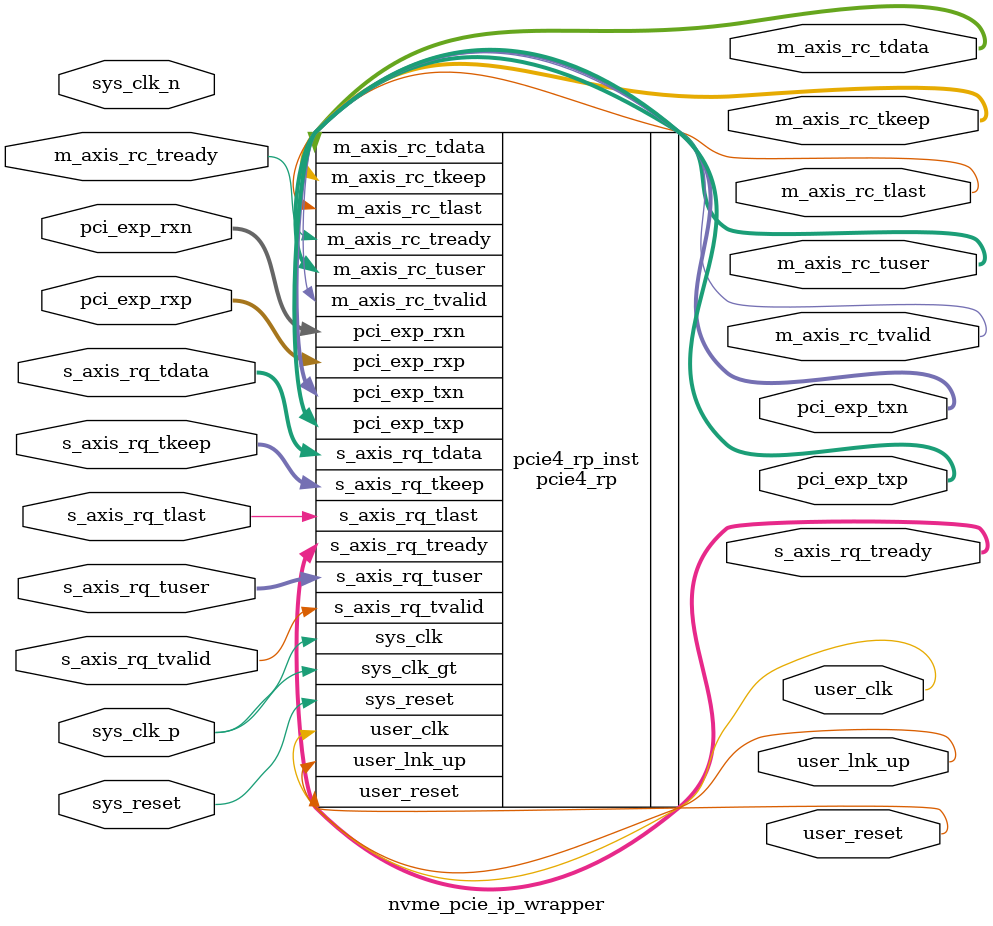
<source format=v>

`timescale 1ns/1ns

module nvme_pcie_ip_wrapper #(
    parameter       PL_LINK_CAP_MAX_LINK_WIDTH                     = 4,    // x4
    parameter       C_DATA_WIDTH                    = 256,
    parameter       KEEP_WIDTH                    = C_DATA_WIDTH / 32,
    parameter       AXIS_CQ_TUSER_WIDTH                 = 88,
    parameter       AXIS_CC_TUSER_WIDTH                 = 33,
    parameter       AXIS_RQ_TUSER_WIDTH                 = 62,
    parameter       AXIS_RC_TUSER_WIDTH                 = 75
)   ( 

    //-------------------------------------------------------
    // PCI Express (pci_exp) Interface
    //-------------------------------------------------------

    output [PL_LINK_CAP_MAX_LINK_WIDTH-1:0] pci_exp_txp,
    output [PL_LINK_CAP_MAX_LINK_WIDTH-1:0] pci_exp_txn,
    input  [PL_LINK_CAP_MAX_LINK_WIDTH-1:0] pci_exp_rxp,
    input  [PL_LINK_CAP_MAX_LINK_WIDTH-1:0] pci_exp_rxn,
    
    input                                   sys_clk_p,
    input                                   sys_clk_n,
    input                                   sys_reset,

    //-------------------------------------------------------

    output                                  user_clk,
    output                                  user_reset,
    output                                  user_lnk_up,
    
    //-------------------------------------------------------
    //  Transaction (AXIS) Interface
    //-------------------------------------------------------    
  
    input            [C_DATA_WIDTH-1:0]     s_axis_rq_tdata,
    input            [KEEP_WIDTH-1:0]       s_axis_rq_tkeep,
    input                                   s_axis_rq_tlast,
    output                            [3:0] s_axis_rq_tready,
    input         [AXIS_RQ_TUSER_WIDTH-1:0] s_axis_rq_tuser,
    input                                   s_axis_rq_tvalid,

    //-------------------------------------------------------    

    output           [C_DATA_WIDTH-1:0]     m_axis_rc_tdata,
    output           [KEEP_WIDTH-1:0]       m_axis_rc_tkeep,
    output                                  m_axis_rc_tlast,
    input                                   m_axis_rc_tready,
    output        [AXIS_RC_TUSER_WIDTH-1:0] m_axis_rc_tuser,
    output                                  m_axis_rc_tvalid
);

  pcie4_rp pcie4_rp_inst (
    .pci_exp_txn(pci_exp_txn),                                            // output wire [3 : 0] pci_exp_txn
    .pci_exp_txp(pci_exp_txp),                                            // output wire [3 : 0] pci_exp_txp
    .pci_exp_rxn(pci_exp_rxn),                                            // input wire [3 : 0] pci_exp_rxn
    .pci_exp_rxp(pci_exp_rxp),                                            // input wire [3 : 0] pci_exp_rxp
    .user_clk(user_clk),                                                  // output wire user_clk
    .user_reset(user_reset),                                              // output wire user_reset
    .user_lnk_up(user_lnk_up),                                            // output wire user_lnk_up
    .s_axis_rq_tdata(s_axis_rq_tdata),                                    // input wire [255 : 0] s_axis_rq_tdata
    .s_axis_rq_tkeep(s_axis_rq_tkeep),                                    // input wire [7 : 0] s_axis_rq_tkeep
    .s_axis_rq_tlast(s_axis_rq_tlast),                                    // input wire s_axis_rq_tlast
    .s_axis_rq_tready(s_axis_rq_tready),                                  // output wire [3 : 0] s_axis_rq_tready
    .s_axis_rq_tuser(s_axis_rq_tuser),                                    // input wire [61 : 0] s_axis_rq_tuser
    .s_axis_rq_tvalid(s_axis_rq_tvalid),                                  // input wire s_axis_rq_tvalid
    .m_axis_rc_tdata(m_axis_rc_tdata),                                    // output wire [255 : 0] m_axis_rc_tdata
    .m_axis_rc_tkeep(m_axis_rc_tkeep),                                    // output wire [7 : 0] m_axis_rc_tkeep
    .m_axis_rc_tlast(m_axis_rc_tlast),                                    // output wire m_axis_rc_tlast
    .m_axis_rc_tready(m_axis_rc_tready),                                  // input wire m_axis_rc_tready
    .m_axis_rc_tuser(m_axis_rc_tuser),                                    // output wire [74 : 0] m_axis_rc_tuser
    .m_axis_rc_tvalid(m_axis_rc_tvalid),                                  // output wire m_axis_rc_tvalid
    .sys_clk(sys_clk_p),                                                  // input wire sys_clk
    .sys_clk_gt(sys_clk_p),                                               // input wire sys_clk_gt
    .sys_reset(sys_reset)                                                 // input wire sys_reset
  );

/*

  pcie4_rp pcie4_rp_inst (
    .pci_exp_txn(pci_exp_txn),                                            // output wire [3 : 0] pci_exp_txn
    .pci_exp_txp(pci_exp_txp),                                            // output wire [3 : 0] pci_exp_txp
    .pci_exp_rxn(pci_exp_rxn),                                            // input wire [3 : 0] pci_exp_rxn
    .pci_exp_rxp(pci_exp_rxp),                                            // input wire [3 : 0] pci_exp_rxp
    .user_clk(user_clk),                                                  // output wire user_clk
    .user_reset(user_reset),                                              // output wire user_reset
    .user_lnk_up(user_lnk_up),                                            // output wire user_lnk_up
    .s_axis_rq_tdata(s_axis_rq_tdata),                                    // input wire [255 : 0] s_axis_rq_tdata
    .s_axis_rq_tkeep(s_axis_rq_tkeep),                                    // input wire [7 : 0] s_axis_rq_tkeep
    .s_axis_rq_tlast(s_axis_rq_tlast),                                    // input wire s_axis_rq_tlast
    .s_axis_rq_tready(s_axis_rq_tready),                                  // output wire [3 : 0] s_axis_rq_tready
    .s_axis_rq_tuser(s_axis_rq_tuser),                                    // input wire [61 : 0] s_axis_rq_tuser
    .s_axis_rq_tvalid(s_axis_rq_tvalid),                                  // input wire s_axis_rq_tvalid
    .m_axis_rc_tdata(m_axis_rc_tdata),                                    // output wire [255 : 0] m_axis_rc_tdata
    .m_axis_rc_tkeep(m_axis_rc_tkeep),                                    // output wire [7 : 0] m_axis_rc_tkeep
    .m_axis_rc_tlast(m_axis_rc_tlast),                                    // output wire m_axis_rc_tlast
    .m_axis_rc_tready(m_axis_rc_tready),                                  // input wire m_axis_rc_tready
    .m_axis_rc_tuser(m_axis_rc_tuser),                                    // output wire [74 : 0] m_axis_rc_tuser
    .m_axis_rc_tvalid(m_axis_rc_tvalid),                                  // output wire m_axis_rc_tvalid
    .m_axis_cq_tdata(m_axis_cq_tdata),                                    // output wire [255 : 0] m_axis_cq_tdata
    .m_axis_cq_tkeep(m_axis_cq_tkeep),                                    // output wire [7 : 0] m_axis_cq_tkeep
    .m_axis_cq_tlast(m_axis_cq_tlast),                                    // output wire m_axis_cq_tlast
    .m_axis_cq_tready(m_axis_cq_tready),                                  // input wire m_axis_cq_tready
    .m_axis_cq_tuser(m_axis_cq_tuser),                                    // output wire [87 : 0] m_axis_cq_tuser
    .m_axis_cq_tvalid(m_axis_cq_tvalid),                                  // output wire m_axis_cq_tvalid
    .s_axis_cc_tdata(s_axis_cc_tdata),                                    // input wire [255 : 0] s_axis_cc_tdata
    .s_axis_cc_tkeep(s_axis_cc_tkeep),                                    // input wire [7 : 0] s_axis_cc_tkeep
    .s_axis_cc_tlast(s_axis_cc_tlast),                                    // input wire s_axis_cc_tlast
    .s_axis_cc_tready(s_axis_cc_tready),                                  // output wire [3 : 0] s_axis_cc_tready
    .s_axis_cc_tuser(s_axis_cc_tuser),                                    // input wire [32 : 0] s_axis_cc_tuser
    .s_axis_cc_tvalid(s_axis_cc_tvalid),                                  // input wire s_axis_cc_tvalid
    .pcie_rq_seq_num0(pcie_rq_seq_num0),                                  // output wire [5 : 0] pcie_rq_seq_num0
    .pcie_rq_seq_num_vld0(pcie_rq_seq_num_vld0),                          // output wire pcie_rq_seq_num_vld0
    .pcie_rq_seq_num1(pcie_rq_seq_num1),                                  // output wire [5 : 0] pcie_rq_seq_num1
    .pcie_rq_seq_num_vld1(pcie_rq_seq_num_vld1),                          // output wire pcie_rq_seq_num_vld1
    .pcie_rq_tag0(pcie_rq_tag0),                                          // output wire [7 : 0] pcie_rq_tag0
    .pcie_rq_tag1(pcie_rq_tag1),                                          // output wire [7 : 0] pcie_rq_tag1
    .pcie_rq_tag_av(pcie_rq_tag_av),                                      // output wire [3 : 0] pcie_rq_tag_av
    .pcie_rq_tag_vld0(pcie_rq_tag_vld0),                                  // output wire pcie_rq_tag_vld0
    .pcie_rq_tag_vld1(pcie_rq_tag_vld1),                                  // output wire pcie_rq_tag_vld1
    .pcie_tfc_nph_av(pcie_tfc_nph_av),                                    // output wire [3 : 0] pcie_tfc_nph_av
    .pcie_tfc_npd_av(pcie_tfc_npd_av),                                    // output wire [3 : 0] pcie_tfc_npd_av
    .pcie_cq_np_req(pcie_cq_np_req),                                      // input wire [1 : 0] pcie_cq_np_req
    .pcie_cq_np_req_count(pcie_cq_np_req_count),                          // output wire [5 : 0] pcie_cq_np_req_count
    .cfg_phy_link_down(cfg_phy_link_down),                                // output wire cfg_phy_link_down
    .cfg_phy_link_status(cfg_phy_link_status),                            // output wire [1 : 0] cfg_phy_link_status
    .cfg_negotiated_width(cfg_negotiated_width),                          // output wire [2 : 0] cfg_negotiated_width
    .cfg_current_speed(cfg_current_speed),                                // output wire [1 : 0] cfg_current_speed
    .cfg_max_payload(cfg_max_payload),                                    // output wire [1 : 0] cfg_max_payload
    .cfg_max_read_req(cfg_max_read_req),                                  // output wire [2 : 0] cfg_max_read_req
    .cfg_function_status(cfg_function_status),                            // output wire [15 : 0] cfg_function_status
    .cfg_function_power_state(cfg_function_power_state),                  // output wire [11 : 0] cfg_function_power_state
    .cfg_vf_status(cfg_vf_status),                                        // output wire [503 : 0] cfg_vf_status
    .cfg_vf_power_state(cfg_vf_power_state),                              // output wire [755 : 0] cfg_vf_power_state
    .cfg_link_power_state(cfg_link_power_state),                          // output wire [1 : 0] cfg_link_power_state
    .cfg_mgmt_addr(cfg_mgmt_addr),                                        // input wire [9 : 0] cfg_mgmt_addr
    .cfg_mgmt_function_number(cfg_mgmt_function_number),                  // input wire [7 : 0] cfg_mgmt_function_number
    .cfg_mgmt_write(cfg_mgmt_write),                                      // input wire cfg_mgmt_write
    .cfg_mgmt_write_data(cfg_mgmt_write_data),                            // input wire [31 : 0] cfg_mgmt_write_data
    .cfg_mgmt_byte_enable(cfg_mgmt_byte_enable),                          // input wire [3 : 0] cfg_mgmt_byte_enable
    .cfg_mgmt_read(cfg_mgmt_read),                                        // input wire cfg_mgmt_read
    .cfg_mgmt_read_data(cfg_mgmt_read_data),                              // output wire [31 : 0] cfg_mgmt_read_data
    .cfg_mgmt_read_write_done(cfg_mgmt_read_write_done),                  // output wire cfg_mgmt_read_write_done
    .cfg_mgmt_debug_access(cfg_mgmt_debug_access),                        // input wire cfg_mgmt_debug_access
    .cfg_err_cor_out(cfg_err_cor_out),                                    // output wire cfg_err_cor_out
    .cfg_err_nonfatal_out(cfg_err_nonfatal_out),                          // output wire cfg_err_nonfatal_out
    .cfg_err_fatal_out(cfg_err_fatal_out),                                // output wire cfg_err_fatal_out
    .cfg_local_error_valid(cfg_local_error_valid),                        // output wire cfg_local_error_valid
    .cfg_local_error_out(cfg_local_error_out),                            // output wire [4 : 0] cfg_local_error_out
    .cfg_ltssm_state(cfg_ltssm_state),                                    // output wire [5 : 0] cfg_ltssm_state
    .cfg_rx_pm_state(cfg_rx_pm_state),                                    // output wire [1 : 0] cfg_rx_pm_state
    .cfg_tx_pm_state(cfg_tx_pm_state),                                    // output wire [1 : 0] cfg_tx_pm_state
    .cfg_rcb_status(cfg_rcb_status),                                      // output wire [3 : 0] cfg_rcb_status
    .cfg_obff_enable(cfg_obff_enable),                                    // output wire [1 : 0] cfg_obff_enable
    .cfg_pl_status_change(cfg_pl_status_change),                          // output wire cfg_pl_status_change
    .cfg_tph_requester_enable(cfg_tph_requester_enable),                  // output wire [3 : 0] cfg_tph_requester_enable
    .cfg_tph_st_mode(cfg_tph_st_mode),                                    // output wire [11 : 0] cfg_tph_st_mode
    .cfg_vf_tph_requester_enable(cfg_vf_tph_requester_enable),            // output wire [251 : 0] cfg_vf_tph_requester_enable
    .cfg_vf_tph_st_mode(cfg_vf_tph_st_mode),                              // output wire [755 : 0] cfg_vf_tph_st_mode
    .cfg_msg_received(cfg_msg_received),                                  // output wire cfg_msg_received
    .cfg_msg_received_data(cfg_msg_received_data),                        // output wire [7 : 0] cfg_msg_received_data
    .cfg_msg_received_type(cfg_msg_received_type),                        // output wire [4 : 0] cfg_msg_received_type
    .cfg_msg_transmit(cfg_msg_transmit),                                  // input wire cfg_msg_transmit
    .cfg_msg_transmit_type(cfg_msg_transmit_type),                        // input wire [2 : 0] cfg_msg_transmit_type
    .cfg_msg_transmit_data(cfg_msg_transmit_data),                        // input wire [31 : 0] cfg_msg_transmit_data
    .cfg_msg_transmit_done(cfg_msg_transmit_done),                        // output wire cfg_msg_transmit_done
    .cfg_fc_ph(cfg_fc_ph),                                                // output wire [7 : 0] cfg_fc_ph
    .cfg_fc_pd(cfg_fc_pd),                                                // output wire [11 : 0] cfg_fc_pd
    .cfg_fc_nph(cfg_fc_nph),                                              // output wire [7 : 0] cfg_fc_nph
    .cfg_fc_npd(cfg_fc_npd),                                              // output wire [11 : 0] cfg_fc_npd
    .cfg_fc_cplh(cfg_fc_cplh),                                            // output wire [7 : 0] cfg_fc_cplh
    .cfg_fc_cpld(cfg_fc_cpld),                                            // output wire [11 : 0] cfg_fc_cpld
    .cfg_fc_sel(cfg_fc_sel),                                              // input wire [2 : 0] cfg_fc_sel
    .cfg_dsn(cfg_dsn),                                                    // input wire [63 : 0] cfg_dsn
    .cfg_bus_number(cfg_bus_number),                                      // output wire [7 : 0] cfg_bus_number
    .cfg_power_state_change_ack(cfg_power_state_change_ack),              // input wire cfg_power_state_change_ack
    .cfg_power_state_change_interrupt(cfg_power_state_change_interrupt),  // output wire cfg_power_state_change_interrupt
    .cfg_err_cor_in(cfg_err_cor_in),                                      // input wire cfg_err_cor_in
    .cfg_err_uncor_in(cfg_err_uncor_in),                                  // input wire cfg_err_uncor_in
    .cfg_flr_in_process(cfg_flr_in_process),                              // output wire [3 : 0] cfg_flr_in_process
    .cfg_flr_done(cfg_flr_done),                                          // input wire [3 : 0] cfg_flr_done
    .cfg_vf_flr_in_process(cfg_vf_flr_in_process),                        // output wire [251 : 0] cfg_vf_flr_in_process
    .cfg_vf_flr_func_num(cfg_vf_flr_func_num),                            // input wire [7 : 0] cfg_vf_flr_func_num
    .cfg_vf_flr_done(cfg_vf_flr_done),                                    // input wire [0 : 0] cfg_vf_flr_done
    .cfg_link_training_enable(cfg_link_training_enable),                  // input wire cfg_link_training_enable
    .cfg_interrupt_int(cfg_interrupt_int),                                // input wire [3 : 0] cfg_interrupt_int
    .cfg_interrupt_pending(cfg_interrupt_pending),                        // input wire [3 : 0] cfg_interrupt_pending
    .cfg_interrupt_sent(cfg_interrupt_sent),                              // output wire cfg_interrupt_sent
    .cfg_pm_aspm_l1_entry_reject(cfg_pm_aspm_l1_entry_reject),            // input wire cfg_pm_aspm_l1_entry_reject
    .cfg_pm_aspm_tx_l0s_entry_disable(cfg_pm_aspm_tx_l0s_entry_disable),  // input wire cfg_pm_aspm_tx_l0s_entry_disable
    .cfg_hot_reset_out(cfg_hot_reset_out),                                // output wire cfg_hot_reset_out
    .cfg_config_space_enable(cfg_config_space_enable),                    // input wire cfg_config_space_enable
    .cfg_req_pm_transition_l23_ready(cfg_req_pm_transition_l23_ready),    // input wire cfg_req_pm_transition_l23_ready
    .cfg_hot_reset_in(cfg_hot_reset_in),                                  // input wire cfg_hot_reset_in
    .cfg_ds_port_number(cfg_ds_port_number),                              // input wire [7 : 0] cfg_ds_port_number
    .cfg_ds_bus_number(cfg_ds_bus_number),                                // input wire [7 : 0] cfg_ds_bus_number
    .cfg_ds_device_number(cfg_ds_device_number),                          // input wire [4 : 0] cfg_ds_device_number
    .sys_clk(sys_clk_p),                                                    // input wire sys_clk
    .sys_clk_gt(sys_clk_p),                                                 // input wire sys_clk_gt
    .sys_reset(sys_reset),                                                // input wire sys_reset
    .phy_rdy_out(phy_rdy_out)                                             // output wire phy_rdy_out
  );
*/

endmodule


</source>
